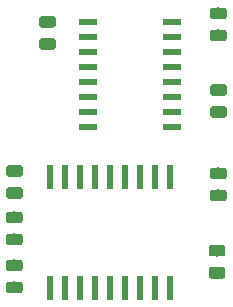
<source format=gbr>
G04 #@! TF.GenerationSoftware,KiCad,Pcbnew,5.0.2+dfsg1-1*
G04 #@! TF.CreationDate,2019-01-13T01:33:18+00:00*
G04 #@! TF.ProjectId,led_matrix_v1,6c65645f-6d61-4747-9269-785f76312e6b,rev?*
G04 #@! TF.SameCoordinates,Original*
G04 #@! TF.FileFunction,Paste,Top*
G04 #@! TF.FilePolarity,Positive*
%FSLAX46Y46*%
G04 Gerber Fmt 4.6, Leading zero omitted, Abs format (unit mm)*
G04 Created by KiCad (PCBNEW 5.0.2+dfsg1-1) date Sun 13 Jan 2019 01:33:18 GMT*
%MOMM*%
%LPD*%
G01*
G04 APERTURE LIST*
%ADD10R,1.500000X0.600000*%
%ADD11C,0.100000*%
%ADD12C,0.975000*%
%ADD13R,0.600000X2.000000*%
G04 APERTURE END LIST*
D10*
G04 #@! TO.C,4022*
X125615000Y-85852000D03*
X125615000Y-87122000D03*
X125615000Y-88392000D03*
X125615000Y-89662000D03*
X125615000Y-90932000D03*
X125615000Y-92202000D03*
X125615000Y-93472000D03*
X125615000Y-94742000D03*
X132715000Y-94742000D03*
X132715000Y-93472000D03*
X132715000Y-92202000D03*
X132715000Y-90932000D03*
X132715000Y-89662000D03*
X132715000Y-88392000D03*
X132715000Y-87122000D03*
X132715000Y-85852000D03*
G04 #@! TD*
D11*
G04 #@! TO.C,C1*
G36*
X122654142Y-87192174D02*
X122677803Y-87195684D01*
X122701007Y-87201496D01*
X122723529Y-87209554D01*
X122745153Y-87219782D01*
X122765670Y-87232079D01*
X122784883Y-87246329D01*
X122802607Y-87262393D01*
X122818671Y-87280117D01*
X122832921Y-87299330D01*
X122845218Y-87319847D01*
X122855446Y-87341471D01*
X122863504Y-87363993D01*
X122869316Y-87387197D01*
X122872826Y-87410858D01*
X122874000Y-87434750D01*
X122874000Y-87922250D01*
X122872826Y-87946142D01*
X122869316Y-87969803D01*
X122863504Y-87993007D01*
X122855446Y-88015529D01*
X122845218Y-88037153D01*
X122832921Y-88057670D01*
X122818671Y-88076883D01*
X122802607Y-88094607D01*
X122784883Y-88110671D01*
X122765670Y-88124921D01*
X122745153Y-88137218D01*
X122723529Y-88147446D01*
X122701007Y-88155504D01*
X122677803Y-88161316D01*
X122654142Y-88164826D01*
X122630250Y-88166000D01*
X121717750Y-88166000D01*
X121693858Y-88164826D01*
X121670197Y-88161316D01*
X121646993Y-88155504D01*
X121624471Y-88147446D01*
X121602847Y-88137218D01*
X121582330Y-88124921D01*
X121563117Y-88110671D01*
X121545393Y-88094607D01*
X121529329Y-88076883D01*
X121515079Y-88057670D01*
X121502782Y-88037153D01*
X121492554Y-88015529D01*
X121484496Y-87993007D01*
X121478684Y-87969803D01*
X121475174Y-87946142D01*
X121474000Y-87922250D01*
X121474000Y-87434750D01*
X121475174Y-87410858D01*
X121478684Y-87387197D01*
X121484496Y-87363993D01*
X121492554Y-87341471D01*
X121502782Y-87319847D01*
X121515079Y-87299330D01*
X121529329Y-87280117D01*
X121545393Y-87262393D01*
X121563117Y-87246329D01*
X121582330Y-87232079D01*
X121602847Y-87219782D01*
X121624471Y-87209554D01*
X121646993Y-87201496D01*
X121670197Y-87195684D01*
X121693858Y-87192174D01*
X121717750Y-87191000D01*
X122630250Y-87191000D01*
X122654142Y-87192174D01*
X122654142Y-87192174D01*
G37*
D12*
X122174000Y-87678500D03*
D11*
G36*
X122654142Y-85317174D02*
X122677803Y-85320684D01*
X122701007Y-85326496D01*
X122723529Y-85334554D01*
X122745153Y-85344782D01*
X122765670Y-85357079D01*
X122784883Y-85371329D01*
X122802607Y-85387393D01*
X122818671Y-85405117D01*
X122832921Y-85424330D01*
X122845218Y-85444847D01*
X122855446Y-85466471D01*
X122863504Y-85488993D01*
X122869316Y-85512197D01*
X122872826Y-85535858D01*
X122874000Y-85559750D01*
X122874000Y-86047250D01*
X122872826Y-86071142D01*
X122869316Y-86094803D01*
X122863504Y-86118007D01*
X122855446Y-86140529D01*
X122845218Y-86162153D01*
X122832921Y-86182670D01*
X122818671Y-86201883D01*
X122802607Y-86219607D01*
X122784883Y-86235671D01*
X122765670Y-86249921D01*
X122745153Y-86262218D01*
X122723529Y-86272446D01*
X122701007Y-86280504D01*
X122677803Y-86286316D01*
X122654142Y-86289826D01*
X122630250Y-86291000D01*
X121717750Y-86291000D01*
X121693858Y-86289826D01*
X121670197Y-86286316D01*
X121646993Y-86280504D01*
X121624471Y-86272446D01*
X121602847Y-86262218D01*
X121582330Y-86249921D01*
X121563117Y-86235671D01*
X121545393Y-86219607D01*
X121529329Y-86201883D01*
X121515079Y-86182670D01*
X121502782Y-86162153D01*
X121492554Y-86140529D01*
X121484496Y-86118007D01*
X121478684Y-86094803D01*
X121475174Y-86071142D01*
X121474000Y-86047250D01*
X121474000Y-85559750D01*
X121475174Y-85535858D01*
X121478684Y-85512197D01*
X121484496Y-85488993D01*
X121492554Y-85466471D01*
X121502782Y-85444847D01*
X121515079Y-85424330D01*
X121529329Y-85405117D01*
X121545393Y-85387393D01*
X121563117Y-85371329D01*
X121582330Y-85357079D01*
X121602847Y-85344782D01*
X121624471Y-85334554D01*
X121646993Y-85326496D01*
X121670197Y-85320684D01*
X121693858Y-85317174D01*
X121717750Y-85316000D01*
X122630250Y-85316000D01*
X122654142Y-85317174D01*
X122654142Y-85317174D01*
G37*
D12*
X122174000Y-85803500D03*
G04 #@! TD*
D11*
G04 #@! TO.C,C4*
G36*
X119860142Y-107814674D02*
X119883803Y-107818184D01*
X119907007Y-107823996D01*
X119929529Y-107832054D01*
X119951153Y-107842282D01*
X119971670Y-107854579D01*
X119990883Y-107868829D01*
X120008607Y-107884893D01*
X120024671Y-107902617D01*
X120038921Y-107921830D01*
X120051218Y-107942347D01*
X120061446Y-107963971D01*
X120069504Y-107986493D01*
X120075316Y-108009697D01*
X120078826Y-108033358D01*
X120080000Y-108057250D01*
X120080000Y-108544750D01*
X120078826Y-108568642D01*
X120075316Y-108592303D01*
X120069504Y-108615507D01*
X120061446Y-108638029D01*
X120051218Y-108659653D01*
X120038921Y-108680170D01*
X120024671Y-108699383D01*
X120008607Y-108717107D01*
X119990883Y-108733171D01*
X119971670Y-108747421D01*
X119951153Y-108759718D01*
X119929529Y-108769946D01*
X119907007Y-108778004D01*
X119883803Y-108783816D01*
X119860142Y-108787326D01*
X119836250Y-108788500D01*
X118923750Y-108788500D01*
X118899858Y-108787326D01*
X118876197Y-108783816D01*
X118852993Y-108778004D01*
X118830471Y-108769946D01*
X118808847Y-108759718D01*
X118788330Y-108747421D01*
X118769117Y-108733171D01*
X118751393Y-108717107D01*
X118735329Y-108699383D01*
X118721079Y-108680170D01*
X118708782Y-108659653D01*
X118698554Y-108638029D01*
X118690496Y-108615507D01*
X118684684Y-108592303D01*
X118681174Y-108568642D01*
X118680000Y-108544750D01*
X118680000Y-108057250D01*
X118681174Y-108033358D01*
X118684684Y-108009697D01*
X118690496Y-107986493D01*
X118698554Y-107963971D01*
X118708782Y-107942347D01*
X118721079Y-107921830D01*
X118735329Y-107902617D01*
X118751393Y-107884893D01*
X118769117Y-107868829D01*
X118788330Y-107854579D01*
X118808847Y-107842282D01*
X118830471Y-107832054D01*
X118852993Y-107823996D01*
X118876197Y-107818184D01*
X118899858Y-107814674D01*
X118923750Y-107813500D01*
X119836250Y-107813500D01*
X119860142Y-107814674D01*
X119860142Y-107814674D01*
G37*
D12*
X119380000Y-108301000D03*
D11*
G36*
X119860142Y-105939674D02*
X119883803Y-105943184D01*
X119907007Y-105948996D01*
X119929529Y-105957054D01*
X119951153Y-105967282D01*
X119971670Y-105979579D01*
X119990883Y-105993829D01*
X120008607Y-106009893D01*
X120024671Y-106027617D01*
X120038921Y-106046830D01*
X120051218Y-106067347D01*
X120061446Y-106088971D01*
X120069504Y-106111493D01*
X120075316Y-106134697D01*
X120078826Y-106158358D01*
X120080000Y-106182250D01*
X120080000Y-106669750D01*
X120078826Y-106693642D01*
X120075316Y-106717303D01*
X120069504Y-106740507D01*
X120061446Y-106763029D01*
X120051218Y-106784653D01*
X120038921Y-106805170D01*
X120024671Y-106824383D01*
X120008607Y-106842107D01*
X119990883Y-106858171D01*
X119971670Y-106872421D01*
X119951153Y-106884718D01*
X119929529Y-106894946D01*
X119907007Y-106903004D01*
X119883803Y-106908816D01*
X119860142Y-106912326D01*
X119836250Y-106913500D01*
X118923750Y-106913500D01*
X118899858Y-106912326D01*
X118876197Y-106908816D01*
X118852993Y-106903004D01*
X118830471Y-106894946D01*
X118808847Y-106884718D01*
X118788330Y-106872421D01*
X118769117Y-106858171D01*
X118751393Y-106842107D01*
X118735329Y-106824383D01*
X118721079Y-106805170D01*
X118708782Y-106784653D01*
X118698554Y-106763029D01*
X118690496Y-106740507D01*
X118684684Y-106717303D01*
X118681174Y-106693642D01*
X118680000Y-106669750D01*
X118680000Y-106182250D01*
X118681174Y-106158358D01*
X118684684Y-106134697D01*
X118690496Y-106111493D01*
X118698554Y-106088971D01*
X118708782Y-106067347D01*
X118721079Y-106046830D01*
X118735329Y-106027617D01*
X118751393Y-106009893D01*
X118769117Y-105993829D01*
X118788330Y-105979579D01*
X118808847Y-105967282D01*
X118830471Y-105957054D01*
X118852993Y-105948996D01*
X118876197Y-105943184D01*
X118899858Y-105939674D01*
X118923750Y-105938500D01*
X119836250Y-105938500D01*
X119860142Y-105939674D01*
X119860142Y-105939674D01*
G37*
D12*
X119380000Y-106426000D03*
G04 #@! TD*
D11*
G04 #@! TO.C,D1*
G36*
X119860142Y-103750674D02*
X119883803Y-103754184D01*
X119907007Y-103759996D01*
X119929529Y-103768054D01*
X119951153Y-103778282D01*
X119971670Y-103790579D01*
X119990883Y-103804829D01*
X120008607Y-103820893D01*
X120024671Y-103838617D01*
X120038921Y-103857830D01*
X120051218Y-103878347D01*
X120061446Y-103899971D01*
X120069504Y-103922493D01*
X120075316Y-103945697D01*
X120078826Y-103969358D01*
X120080000Y-103993250D01*
X120080000Y-104480750D01*
X120078826Y-104504642D01*
X120075316Y-104528303D01*
X120069504Y-104551507D01*
X120061446Y-104574029D01*
X120051218Y-104595653D01*
X120038921Y-104616170D01*
X120024671Y-104635383D01*
X120008607Y-104653107D01*
X119990883Y-104669171D01*
X119971670Y-104683421D01*
X119951153Y-104695718D01*
X119929529Y-104705946D01*
X119907007Y-104714004D01*
X119883803Y-104719816D01*
X119860142Y-104723326D01*
X119836250Y-104724500D01*
X118923750Y-104724500D01*
X118899858Y-104723326D01*
X118876197Y-104719816D01*
X118852993Y-104714004D01*
X118830471Y-104705946D01*
X118808847Y-104695718D01*
X118788330Y-104683421D01*
X118769117Y-104669171D01*
X118751393Y-104653107D01*
X118735329Y-104635383D01*
X118721079Y-104616170D01*
X118708782Y-104595653D01*
X118698554Y-104574029D01*
X118690496Y-104551507D01*
X118684684Y-104528303D01*
X118681174Y-104504642D01*
X118680000Y-104480750D01*
X118680000Y-103993250D01*
X118681174Y-103969358D01*
X118684684Y-103945697D01*
X118690496Y-103922493D01*
X118698554Y-103899971D01*
X118708782Y-103878347D01*
X118721079Y-103857830D01*
X118735329Y-103838617D01*
X118751393Y-103820893D01*
X118769117Y-103804829D01*
X118788330Y-103790579D01*
X118808847Y-103778282D01*
X118830471Y-103768054D01*
X118852993Y-103759996D01*
X118876197Y-103754184D01*
X118899858Y-103750674D01*
X118923750Y-103749500D01*
X119836250Y-103749500D01*
X119860142Y-103750674D01*
X119860142Y-103750674D01*
G37*
D12*
X119380000Y-104237000D03*
D11*
G36*
X119860142Y-101875674D02*
X119883803Y-101879184D01*
X119907007Y-101884996D01*
X119929529Y-101893054D01*
X119951153Y-101903282D01*
X119971670Y-101915579D01*
X119990883Y-101929829D01*
X120008607Y-101945893D01*
X120024671Y-101963617D01*
X120038921Y-101982830D01*
X120051218Y-102003347D01*
X120061446Y-102024971D01*
X120069504Y-102047493D01*
X120075316Y-102070697D01*
X120078826Y-102094358D01*
X120080000Y-102118250D01*
X120080000Y-102605750D01*
X120078826Y-102629642D01*
X120075316Y-102653303D01*
X120069504Y-102676507D01*
X120061446Y-102699029D01*
X120051218Y-102720653D01*
X120038921Y-102741170D01*
X120024671Y-102760383D01*
X120008607Y-102778107D01*
X119990883Y-102794171D01*
X119971670Y-102808421D01*
X119951153Y-102820718D01*
X119929529Y-102830946D01*
X119907007Y-102839004D01*
X119883803Y-102844816D01*
X119860142Y-102848326D01*
X119836250Y-102849500D01*
X118923750Y-102849500D01*
X118899858Y-102848326D01*
X118876197Y-102844816D01*
X118852993Y-102839004D01*
X118830471Y-102830946D01*
X118808847Y-102820718D01*
X118788330Y-102808421D01*
X118769117Y-102794171D01*
X118751393Y-102778107D01*
X118735329Y-102760383D01*
X118721079Y-102741170D01*
X118708782Y-102720653D01*
X118698554Y-102699029D01*
X118690496Y-102676507D01*
X118684684Y-102653303D01*
X118681174Y-102629642D01*
X118680000Y-102605750D01*
X118680000Y-102118250D01*
X118681174Y-102094358D01*
X118684684Y-102070697D01*
X118690496Y-102047493D01*
X118698554Y-102024971D01*
X118708782Y-102003347D01*
X118721079Y-101982830D01*
X118735329Y-101963617D01*
X118751393Y-101945893D01*
X118769117Y-101929829D01*
X118788330Y-101915579D01*
X118808847Y-101903282D01*
X118830471Y-101893054D01*
X118852993Y-101884996D01*
X118876197Y-101879184D01*
X118899858Y-101875674D01*
X118923750Y-101874500D01*
X119836250Y-101874500D01*
X119860142Y-101875674D01*
X119860142Y-101875674D01*
G37*
D12*
X119380000Y-102362000D03*
G04 #@! TD*
D11*
G04 #@! TO.C,R1*
G36*
X137132142Y-86478674D02*
X137155803Y-86482184D01*
X137179007Y-86487996D01*
X137201529Y-86496054D01*
X137223153Y-86506282D01*
X137243670Y-86518579D01*
X137262883Y-86532829D01*
X137280607Y-86548893D01*
X137296671Y-86566617D01*
X137310921Y-86585830D01*
X137323218Y-86606347D01*
X137333446Y-86627971D01*
X137341504Y-86650493D01*
X137347316Y-86673697D01*
X137350826Y-86697358D01*
X137352000Y-86721250D01*
X137352000Y-87208750D01*
X137350826Y-87232642D01*
X137347316Y-87256303D01*
X137341504Y-87279507D01*
X137333446Y-87302029D01*
X137323218Y-87323653D01*
X137310921Y-87344170D01*
X137296671Y-87363383D01*
X137280607Y-87381107D01*
X137262883Y-87397171D01*
X137243670Y-87411421D01*
X137223153Y-87423718D01*
X137201529Y-87433946D01*
X137179007Y-87442004D01*
X137155803Y-87447816D01*
X137132142Y-87451326D01*
X137108250Y-87452500D01*
X136195750Y-87452500D01*
X136171858Y-87451326D01*
X136148197Y-87447816D01*
X136124993Y-87442004D01*
X136102471Y-87433946D01*
X136080847Y-87423718D01*
X136060330Y-87411421D01*
X136041117Y-87397171D01*
X136023393Y-87381107D01*
X136007329Y-87363383D01*
X135993079Y-87344170D01*
X135980782Y-87323653D01*
X135970554Y-87302029D01*
X135962496Y-87279507D01*
X135956684Y-87256303D01*
X135953174Y-87232642D01*
X135952000Y-87208750D01*
X135952000Y-86721250D01*
X135953174Y-86697358D01*
X135956684Y-86673697D01*
X135962496Y-86650493D01*
X135970554Y-86627971D01*
X135980782Y-86606347D01*
X135993079Y-86585830D01*
X136007329Y-86566617D01*
X136023393Y-86548893D01*
X136041117Y-86532829D01*
X136060330Y-86518579D01*
X136080847Y-86506282D01*
X136102471Y-86496054D01*
X136124993Y-86487996D01*
X136148197Y-86482184D01*
X136171858Y-86478674D01*
X136195750Y-86477500D01*
X137108250Y-86477500D01*
X137132142Y-86478674D01*
X137132142Y-86478674D01*
G37*
D12*
X136652000Y-86965000D03*
D11*
G36*
X137132142Y-84603674D02*
X137155803Y-84607184D01*
X137179007Y-84612996D01*
X137201529Y-84621054D01*
X137223153Y-84631282D01*
X137243670Y-84643579D01*
X137262883Y-84657829D01*
X137280607Y-84673893D01*
X137296671Y-84691617D01*
X137310921Y-84710830D01*
X137323218Y-84731347D01*
X137333446Y-84752971D01*
X137341504Y-84775493D01*
X137347316Y-84798697D01*
X137350826Y-84822358D01*
X137352000Y-84846250D01*
X137352000Y-85333750D01*
X137350826Y-85357642D01*
X137347316Y-85381303D01*
X137341504Y-85404507D01*
X137333446Y-85427029D01*
X137323218Y-85448653D01*
X137310921Y-85469170D01*
X137296671Y-85488383D01*
X137280607Y-85506107D01*
X137262883Y-85522171D01*
X137243670Y-85536421D01*
X137223153Y-85548718D01*
X137201529Y-85558946D01*
X137179007Y-85567004D01*
X137155803Y-85572816D01*
X137132142Y-85576326D01*
X137108250Y-85577500D01*
X136195750Y-85577500D01*
X136171858Y-85576326D01*
X136148197Y-85572816D01*
X136124993Y-85567004D01*
X136102471Y-85558946D01*
X136080847Y-85548718D01*
X136060330Y-85536421D01*
X136041117Y-85522171D01*
X136023393Y-85506107D01*
X136007329Y-85488383D01*
X135993079Y-85469170D01*
X135980782Y-85448653D01*
X135970554Y-85427029D01*
X135962496Y-85404507D01*
X135956684Y-85381303D01*
X135953174Y-85357642D01*
X135952000Y-85333750D01*
X135952000Y-84846250D01*
X135953174Y-84822358D01*
X135956684Y-84798697D01*
X135962496Y-84775493D01*
X135970554Y-84752971D01*
X135980782Y-84731347D01*
X135993079Y-84710830D01*
X136007329Y-84691617D01*
X136023393Y-84673893D01*
X136041117Y-84657829D01*
X136060330Y-84643579D01*
X136080847Y-84631282D01*
X136102471Y-84621054D01*
X136124993Y-84612996D01*
X136148197Y-84607184D01*
X136171858Y-84603674D01*
X136195750Y-84602500D01*
X137108250Y-84602500D01*
X137132142Y-84603674D01*
X137132142Y-84603674D01*
G37*
D12*
X136652000Y-85090000D03*
G04 #@! TD*
D11*
G04 #@! TO.C,R4*
G36*
X137005142Y-104699674D02*
X137028803Y-104703184D01*
X137052007Y-104708996D01*
X137074529Y-104717054D01*
X137096153Y-104727282D01*
X137116670Y-104739579D01*
X137135883Y-104753829D01*
X137153607Y-104769893D01*
X137169671Y-104787617D01*
X137183921Y-104806830D01*
X137196218Y-104827347D01*
X137206446Y-104848971D01*
X137214504Y-104871493D01*
X137220316Y-104894697D01*
X137223826Y-104918358D01*
X137225000Y-104942250D01*
X137225000Y-105429750D01*
X137223826Y-105453642D01*
X137220316Y-105477303D01*
X137214504Y-105500507D01*
X137206446Y-105523029D01*
X137196218Y-105544653D01*
X137183921Y-105565170D01*
X137169671Y-105584383D01*
X137153607Y-105602107D01*
X137135883Y-105618171D01*
X137116670Y-105632421D01*
X137096153Y-105644718D01*
X137074529Y-105654946D01*
X137052007Y-105663004D01*
X137028803Y-105668816D01*
X137005142Y-105672326D01*
X136981250Y-105673500D01*
X136068750Y-105673500D01*
X136044858Y-105672326D01*
X136021197Y-105668816D01*
X135997993Y-105663004D01*
X135975471Y-105654946D01*
X135953847Y-105644718D01*
X135933330Y-105632421D01*
X135914117Y-105618171D01*
X135896393Y-105602107D01*
X135880329Y-105584383D01*
X135866079Y-105565170D01*
X135853782Y-105544653D01*
X135843554Y-105523029D01*
X135835496Y-105500507D01*
X135829684Y-105477303D01*
X135826174Y-105453642D01*
X135825000Y-105429750D01*
X135825000Y-104942250D01*
X135826174Y-104918358D01*
X135829684Y-104894697D01*
X135835496Y-104871493D01*
X135843554Y-104848971D01*
X135853782Y-104827347D01*
X135866079Y-104806830D01*
X135880329Y-104787617D01*
X135896393Y-104769893D01*
X135914117Y-104753829D01*
X135933330Y-104739579D01*
X135953847Y-104727282D01*
X135975471Y-104717054D01*
X135997993Y-104708996D01*
X136021197Y-104703184D01*
X136044858Y-104699674D01*
X136068750Y-104698500D01*
X136981250Y-104698500D01*
X137005142Y-104699674D01*
X137005142Y-104699674D01*
G37*
D12*
X136525000Y-105186000D03*
D11*
G36*
X137005142Y-106574674D02*
X137028803Y-106578184D01*
X137052007Y-106583996D01*
X137074529Y-106592054D01*
X137096153Y-106602282D01*
X137116670Y-106614579D01*
X137135883Y-106628829D01*
X137153607Y-106644893D01*
X137169671Y-106662617D01*
X137183921Y-106681830D01*
X137196218Y-106702347D01*
X137206446Y-106723971D01*
X137214504Y-106746493D01*
X137220316Y-106769697D01*
X137223826Y-106793358D01*
X137225000Y-106817250D01*
X137225000Y-107304750D01*
X137223826Y-107328642D01*
X137220316Y-107352303D01*
X137214504Y-107375507D01*
X137206446Y-107398029D01*
X137196218Y-107419653D01*
X137183921Y-107440170D01*
X137169671Y-107459383D01*
X137153607Y-107477107D01*
X137135883Y-107493171D01*
X137116670Y-107507421D01*
X137096153Y-107519718D01*
X137074529Y-107529946D01*
X137052007Y-107538004D01*
X137028803Y-107543816D01*
X137005142Y-107547326D01*
X136981250Y-107548500D01*
X136068750Y-107548500D01*
X136044858Y-107547326D01*
X136021197Y-107543816D01*
X135997993Y-107538004D01*
X135975471Y-107529946D01*
X135953847Y-107519718D01*
X135933330Y-107507421D01*
X135914117Y-107493171D01*
X135896393Y-107477107D01*
X135880329Y-107459383D01*
X135866079Y-107440170D01*
X135853782Y-107419653D01*
X135843554Y-107398029D01*
X135835496Y-107375507D01*
X135829684Y-107352303D01*
X135826174Y-107328642D01*
X135825000Y-107304750D01*
X135825000Y-106817250D01*
X135826174Y-106793358D01*
X135829684Y-106769697D01*
X135835496Y-106746493D01*
X135843554Y-106723971D01*
X135853782Y-106702347D01*
X135866079Y-106681830D01*
X135880329Y-106662617D01*
X135896393Y-106644893D01*
X135914117Y-106628829D01*
X135933330Y-106614579D01*
X135953847Y-106602282D01*
X135975471Y-106592054D01*
X135997993Y-106583996D01*
X136021197Y-106578184D01*
X136044858Y-106574674D01*
X136068750Y-106573500D01*
X136981250Y-106573500D01*
X137005142Y-106574674D01*
X137005142Y-106574674D01*
G37*
D12*
X136525000Y-107061000D03*
G04 #@! TD*
D11*
G04 #@! TO.C,R2*
G36*
X137132142Y-92955674D02*
X137155803Y-92959184D01*
X137179007Y-92964996D01*
X137201529Y-92973054D01*
X137223153Y-92983282D01*
X137243670Y-92995579D01*
X137262883Y-93009829D01*
X137280607Y-93025893D01*
X137296671Y-93043617D01*
X137310921Y-93062830D01*
X137323218Y-93083347D01*
X137333446Y-93104971D01*
X137341504Y-93127493D01*
X137347316Y-93150697D01*
X137350826Y-93174358D01*
X137352000Y-93198250D01*
X137352000Y-93685750D01*
X137350826Y-93709642D01*
X137347316Y-93733303D01*
X137341504Y-93756507D01*
X137333446Y-93779029D01*
X137323218Y-93800653D01*
X137310921Y-93821170D01*
X137296671Y-93840383D01*
X137280607Y-93858107D01*
X137262883Y-93874171D01*
X137243670Y-93888421D01*
X137223153Y-93900718D01*
X137201529Y-93910946D01*
X137179007Y-93919004D01*
X137155803Y-93924816D01*
X137132142Y-93928326D01*
X137108250Y-93929500D01*
X136195750Y-93929500D01*
X136171858Y-93928326D01*
X136148197Y-93924816D01*
X136124993Y-93919004D01*
X136102471Y-93910946D01*
X136080847Y-93900718D01*
X136060330Y-93888421D01*
X136041117Y-93874171D01*
X136023393Y-93858107D01*
X136007329Y-93840383D01*
X135993079Y-93821170D01*
X135980782Y-93800653D01*
X135970554Y-93779029D01*
X135962496Y-93756507D01*
X135956684Y-93733303D01*
X135953174Y-93709642D01*
X135952000Y-93685750D01*
X135952000Y-93198250D01*
X135953174Y-93174358D01*
X135956684Y-93150697D01*
X135962496Y-93127493D01*
X135970554Y-93104971D01*
X135980782Y-93083347D01*
X135993079Y-93062830D01*
X136007329Y-93043617D01*
X136023393Y-93025893D01*
X136041117Y-93009829D01*
X136060330Y-92995579D01*
X136080847Y-92983282D01*
X136102471Y-92973054D01*
X136124993Y-92964996D01*
X136148197Y-92959184D01*
X136171858Y-92955674D01*
X136195750Y-92954500D01*
X137108250Y-92954500D01*
X137132142Y-92955674D01*
X137132142Y-92955674D01*
G37*
D12*
X136652000Y-93442000D03*
D11*
G36*
X137132142Y-91080674D02*
X137155803Y-91084184D01*
X137179007Y-91089996D01*
X137201529Y-91098054D01*
X137223153Y-91108282D01*
X137243670Y-91120579D01*
X137262883Y-91134829D01*
X137280607Y-91150893D01*
X137296671Y-91168617D01*
X137310921Y-91187830D01*
X137323218Y-91208347D01*
X137333446Y-91229971D01*
X137341504Y-91252493D01*
X137347316Y-91275697D01*
X137350826Y-91299358D01*
X137352000Y-91323250D01*
X137352000Y-91810750D01*
X137350826Y-91834642D01*
X137347316Y-91858303D01*
X137341504Y-91881507D01*
X137333446Y-91904029D01*
X137323218Y-91925653D01*
X137310921Y-91946170D01*
X137296671Y-91965383D01*
X137280607Y-91983107D01*
X137262883Y-91999171D01*
X137243670Y-92013421D01*
X137223153Y-92025718D01*
X137201529Y-92035946D01*
X137179007Y-92044004D01*
X137155803Y-92049816D01*
X137132142Y-92053326D01*
X137108250Y-92054500D01*
X136195750Y-92054500D01*
X136171858Y-92053326D01*
X136148197Y-92049816D01*
X136124993Y-92044004D01*
X136102471Y-92035946D01*
X136080847Y-92025718D01*
X136060330Y-92013421D01*
X136041117Y-91999171D01*
X136023393Y-91983107D01*
X136007329Y-91965383D01*
X135993079Y-91946170D01*
X135980782Y-91925653D01*
X135970554Y-91904029D01*
X135962496Y-91881507D01*
X135956684Y-91858303D01*
X135953174Y-91834642D01*
X135952000Y-91810750D01*
X135952000Y-91323250D01*
X135953174Y-91299358D01*
X135956684Y-91275697D01*
X135962496Y-91252493D01*
X135970554Y-91229971D01*
X135980782Y-91208347D01*
X135993079Y-91187830D01*
X136007329Y-91168617D01*
X136023393Y-91150893D01*
X136041117Y-91134829D01*
X136060330Y-91120579D01*
X136080847Y-91108282D01*
X136102471Y-91098054D01*
X136124993Y-91089996D01*
X136148197Y-91084184D01*
X136171858Y-91080674D01*
X136195750Y-91079500D01*
X137108250Y-91079500D01*
X137132142Y-91080674D01*
X137132142Y-91080674D01*
G37*
D12*
X136652000Y-91567000D03*
G04 #@! TD*
D11*
G04 #@! TO.C,R3*
G36*
X137132142Y-100019174D02*
X137155803Y-100022684D01*
X137179007Y-100028496D01*
X137201529Y-100036554D01*
X137223153Y-100046782D01*
X137243670Y-100059079D01*
X137262883Y-100073329D01*
X137280607Y-100089393D01*
X137296671Y-100107117D01*
X137310921Y-100126330D01*
X137323218Y-100146847D01*
X137333446Y-100168471D01*
X137341504Y-100190993D01*
X137347316Y-100214197D01*
X137350826Y-100237858D01*
X137352000Y-100261750D01*
X137352000Y-100749250D01*
X137350826Y-100773142D01*
X137347316Y-100796803D01*
X137341504Y-100820007D01*
X137333446Y-100842529D01*
X137323218Y-100864153D01*
X137310921Y-100884670D01*
X137296671Y-100903883D01*
X137280607Y-100921607D01*
X137262883Y-100937671D01*
X137243670Y-100951921D01*
X137223153Y-100964218D01*
X137201529Y-100974446D01*
X137179007Y-100982504D01*
X137155803Y-100988316D01*
X137132142Y-100991826D01*
X137108250Y-100993000D01*
X136195750Y-100993000D01*
X136171858Y-100991826D01*
X136148197Y-100988316D01*
X136124993Y-100982504D01*
X136102471Y-100974446D01*
X136080847Y-100964218D01*
X136060330Y-100951921D01*
X136041117Y-100937671D01*
X136023393Y-100921607D01*
X136007329Y-100903883D01*
X135993079Y-100884670D01*
X135980782Y-100864153D01*
X135970554Y-100842529D01*
X135962496Y-100820007D01*
X135956684Y-100796803D01*
X135953174Y-100773142D01*
X135952000Y-100749250D01*
X135952000Y-100261750D01*
X135953174Y-100237858D01*
X135956684Y-100214197D01*
X135962496Y-100190993D01*
X135970554Y-100168471D01*
X135980782Y-100146847D01*
X135993079Y-100126330D01*
X136007329Y-100107117D01*
X136023393Y-100089393D01*
X136041117Y-100073329D01*
X136060330Y-100059079D01*
X136080847Y-100046782D01*
X136102471Y-100036554D01*
X136124993Y-100028496D01*
X136148197Y-100022684D01*
X136171858Y-100019174D01*
X136195750Y-100018000D01*
X137108250Y-100018000D01*
X137132142Y-100019174D01*
X137132142Y-100019174D01*
G37*
D12*
X136652000Y-100505500D03*
D11*
G36*
X137132142Y-98144174D02*
X137155803Y-98147684D01*
X137179007Y-98153496D01*
X137201529Y-98161554D01*
X137223153Y-98171782D01*
X137243670Y-98184079D01*
X137262883Y-98198329D01*
X137280607Y-98214393D01*
X137296671Y-98232117D01*
X137310921Y-98251330D01*
X137323218Y-98271847D01*
X137333446Y-98293471D01*
X137341504Y-98315993D01*
X137347316Y-98339197D01*
X137350826Y-98362858D01*
X137352000Y-98386750D01*
X137352000Y-98874250D01*
X137350826Y-98898142D01*
X137347316Y-98921803D01*
X137341504Y-98945007D01*
X137333446Y-98967529D01*
X137323218Y-98989153D01*
X137310921Y-99009670D01*
X137296671Y-99028883D01*
X137280607Y-99046607D01*
X137262883Y-99062671D01*
X137243670Y-99076921D01*
X137223153Y-99089218D01*
X137201529Y-99099446D01*
X137179007Y-99107504D01*
X137155803Y-99113316D01*
X137132142Y-99116826D01*
X137108250Y-99118000D01*
X136195750Y-99118000D01*
X136171858Y-99116826D01*
X136148197Y-99113316D01*
X136124993Y-99107504D01*
X136102471Y-99099446D01*
X136080847Y-99089218D01*
X136060330Y-99076921D01*
X136041117Y-99062671D01*
X136023393Y-99046607D01*
X136007329Y-99028883D01*
X135993079Y-99009670D01*
X135980782Y-98989153D01*
X135970554Y-98967529D01*
X135962496Y-98945007D01*
X135956684Y-98921803D01*
X135953174Y-98898142D01*
X135952000Y-98874250D01*
X135952000Y-98386750D01*
X135953174Y-98362858D01*
X135956684Y-98339197D01*
X135962496Y-98315993D01*
X135970554Y-98293471D01*
X135980782Y-98271847D01*
X135993079Y-98251330D01*
X136007329Y-98232117D01*
X136023393Y-98214393D01*
X136041117Y-98198329D01*
X136060330Y-98184079D01*
X136080847Y-98171782D01*
X136102471Y-98161554D01*
X136124993Y-98153496D01*
X136148197Y-98147684D01*
X136171858Y-98144174D01*
X136195750Y-98143000D01*
X137108250Y-98143000D01*
X137132142Y-98144174D01*
X137132142Y-98144174D01*
G37*
D12*
X136652000Y-98630500D03*
G04 #@! TD*
D11*
G04 #@! TO.C,R10*
G36*
X119860142Y-97938674D02*
X119883803Y-97942184D01*
X119907007Y-97947996D01*
X119929529Y-97956054D01*
X119951153Y-97966282D01*
X119971670Y-97978579D01*
X119990883Y-97992829D01*
X120008607Y-98008893D01*
X120024671Y-98026617D01*
X120038921Y-98045830D01*
X120051218Y-98066347D01*
X120061446Y-98087971D01*
X120069504Y-98110493D01*
X120075316Y-98133697D01*
X120078826Y-98157358D01*
X120080000Y-98181250D01*
X120080000Y-98668750D01*
X120078826Y-98692642D01*
X120075316Y-98716303D01*
X120069504Y-98739507D01*
X120061446Y-98762029D01*
X120051218Y-98783653D01*
X120038921Y-98804170D01*
X120024671Y-98823383D01*
X120008607Y-98841107D01*
X119990883Y-98857171D01*
X119971670Y-98871421D01*
X119951153Y-98883718D01*
X119929529Y-98893946D01*
X119907007Y-98902004D01*
X119883803Y-98907816D01*
X119860142Y-98911326D01*
X119836250Y-98912500D01*
X118923750Y-98912500D01*
X118899858Y-98911326D01*
X118876197Y-98907816D01*
X118852993Y-98902004D01*
X118830471Y-98893946D01*
X118808847Y-98883718D01*
X118788330Y-98871421D01*
X118769117Y-98857171D01*
X118751393Y-98841107D01*
X118735329Y-98823383D01*
X118721079Y-98804170D01*
X118708782Y-98783653D01*
X118698554Y-98762029D01*
X118690496Y-98739507D01*
X118684684Y-98716303D01*
X118681174Y-98692642D01*
X118680000Y-98668750D01*
X118680000Y-98181250D01*
X118681174Y-98157358D01*
X118684684Y-98133697D01*
X118690496Y-98110493D01*
X118698554Y-98087971D01*
X118708782Y-98066347D01*
X118721079Y-98045830D01*
X118735329Y-98026617D01*
X118751393Y-98008893D01*
X118769117Y-97992829D01*
X118788330Y-97978579D01*
X118808847Y-97966282D01*
X118830471Y-97956054D01*
X118852993Y-97947996D01*
X118876197Y-97942184D01*
X118899858Y-97938674D01*
X118923750Y-97937500D01*
X119836250Y-97937500D01*
X119860142Y-97938674D01*
X119860142Y-97938674D01*
G37*
D12*
X119380000Y-98425000D03*
D11*
G36*
X119860142Y-99813674D02*
X119883803Y-99817184D01*
X119907007Y-99822996D01*
X119929529Y-99831054D01*
X119951153Y-99841282D01*
X119971670Y-99853579D01*
X119990883Y-99867829D01*
X120008607Y-99883893D01*
X120024671Y-99901617D01*
X120038921Y-99920830D01*
X120051218Y-99941347D01*
X120061446Y-99962971D01*
X120069504Y-99985493D01*
X120075316Y-100008697D01*
X120078826Y-100032358D01*
X120080000Y-100056250D01*
X120080000Y-100543750D01*
X120078826Y-100567642D01*
X120075316Y-100591303D01*
X120069504Y-100614507D01*
X120061446Y-100637029D01*
X120051218Y-100658653D01*
X120038921Y-100679170D01*
X120024671Y-100698383D01*
X120008607Y-100716107D01*
X119990883Y-100732171D01*
X119971670Y-100746421D01*
X119951153Y-100758718D01*
X119929529Y-100768946D01*
X119907007Y-100777004D01*
X119883803Y-100782816D01*
X119860142Y-100786326D01*
X119836250Y-100787500D01*
X118923750Y-100787500D01*
X118899858Y-100786326D01*
X118876197Y-100782816D01*
X118852993Y-100777004D01*
X118830471Y-100768946D01*
X118808847Y-100758718D01*
X118788330Y-100746421D01*
X118769117Y-100732171D01*
X118751393Y-100716107D01*
X118735329Y-100698383D01*
X118721079Y-100679170D01*
X118708782Y-100658653D01*
X118698554Y-100637029D01*
X118690496Y-100614507D01*
X118684684Y-100591303D01*
X118681174Y-100567642D01*
X118680000Y-100543750D01*
X118680000Y-100056250D01*
X118681174Y-100032358D01*
X118684684Y-100008697D01*
X118690496Y-99985493D01*
X118698554Y-99962971D01*
X118708782Y-99941347D01*
X118721079Y-99920830D01*
X118735329Y-99901617D01*
X118751393Y-99883893D01*
X118769117Y-99867829D01*
X118788330Y-99853579D01*
X118808847Y-99841282D01*
X118830471Y-99831054D01*
X118852993Y-99822996D01*
X118876197Y-99817184D01*
X118899858Y-99813674D01*
X118923750Y-99812500D01*
X119836250Y-99812500D01*
X119860142Y-99813674D01*
X119860142Y-99813674D01*
G37*
D12*
X119380000Y-100300000D03*
G04 #@! TD*
D13*
G04 #@! TO.C,ULN2804*
X132588000Y-98932000D03*
X131318000Y-98932000D03*
X130048000Y-98932000D03*
X128778000Y-98932000D03*
X127508000Y-98932000D03*
X126238000Y-98932000D03*
X124968000Y-98932000D03*
X123698000Y-98932000D03*
X122428000Y-98932000D03*
X122428000Y-108332000D03*
X123698000Y-108332000D03*
X124968000Y-108332000D03*
X126238000Y-108332000D03*
X127508000Y-108332000D03*
X128778000Y-108332000D03*
X130048000Y-108332000D03*
X131318000Y-108332000D03*
X132588000Y-108332000D03*
G04 #@! TD*
M02*

</source>
